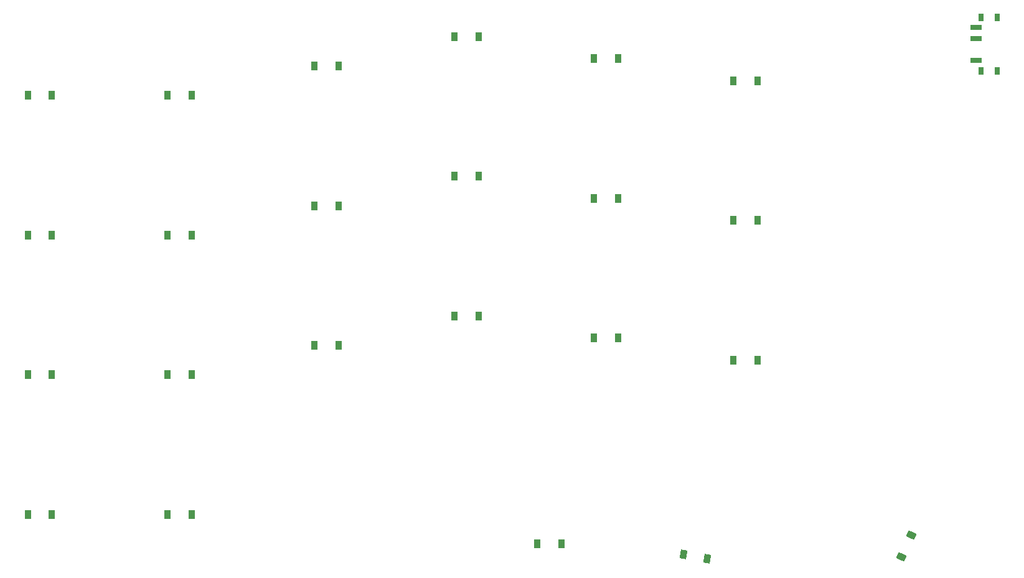
<source format=gtp>
%TF.GenerationSoftware,KiCad,Pcbnew,9.0.2*%
%TF.CreationDate,2025-06-03T16:56:12+08:00*%
%TF.ProjectId,experiment,65787065-7269-46d6-956e-742e6b696361,v1.0.0*%
%TF.SameCoordinates,Original*%
%TF.FileFunction,Paste,Top*%
%TF.FilePolarity,Positive*%
%FSLAX46Y46*%
G04 Gerber Fmt 4.6, Leading zero omitted, Abs format (unit mm)*
G04 Created by KiCad (PCBNEW 9.0.2) date 2025-06-03 16:56:12*
%MOMM*%
%LPD*%
G01*
G04 APERTURE LIST*
G04 Aperture macros list*
%AMRotRect*
0 Rectangle, with rotation*
0 The origin of the aperture is its center*
0 $1 length*
0 $2 width*
0 $3 Rotation angle, in degrees counterclockwise*
0 Add horizontal line*
21,1,$1,$2,0,0,$3*%
G04 Aperture macros list end*
%ADD10R,0.900000X1.200000*%
%ADD11R,0.800000X1.000000*%
%ADD12R,1.500000X0.700000*%
%ADD13RotRect,0.900000X1.200000X170.000000*%
%ADD14RotRect,0.900000X1.200000X246.000000*%
G04 APERTURE END LIST*
D10*
%TO.C,D20*%
X231002500Y-98400000D03*
X227702500Y-98400000D03*
%TD*%
%TO.C,D5*%
X154000000Y-157400000D03*
X150700000Y-157400000D03*
%TD*%
%TO.C,D10*%
X174002500Y-115400000D03*
X170702500Y-115400000D03*
%TD*%
%TO.C,D8*%
X154000000Y-100400000D03*
X150700000Y-100400000D03*
%TD*%
D11*
%TO.C,T1*%
X261338500Y-97050000D03*
X263548500Y-97050000D03*
D12*
X260688500Y-91150000D03*
D11*
X261338500Y-89750000D03*
X263548500Y-89750000D03*
D12*
X260688500Y-95650000D03*
X260688500Y-92650000D03*
%TD*%
D10*
%TO.C,D17*%
X212002500Y-95400000D03*
X208702500Y-95400000D03*
%TD*%
%TO.C,D4*%
X135000000Y-100400000D03*
X131700000Y-100400000D03*
%TD*%
%TO.C,D12*%
X193002500Y-130400000D03*
X189702500Y-130400000D03*
%TD*%
%TO.C,D15*%
X212002500Y-133400000D03*
X208702500Y-133400000D03*
%TD*%
%TO.C,D18*%
X231002500Y-136400000D03*
X227702500Y-136400000D03*
%TD*%
%TO.C,D11*%
X174002500Y-96400000D03*
X170702500Y-96400000D03*
%TD*%
%TO.C,D13*%
X193002500Y-111400000D03*
X189702500Y-111400000D03*
%TD*%
%TO.C,D19*%
X231002500Y-117400000D03*
X227702500Y-117400000D03*
%TD*%
%TO.C,D3*%
X135000000Y-119400000D03*
X131700000Y-119400000D03*
%TD*%
%TO.C,D14*%
X193002500Y-92400000D03*
X189702500Y-92400000D03*
%TD*%
D13*
%TO.C,D22*%
X224148335Y-163435066D03*
X220898469Y-162862028D03*
%TD*%
D10*
%TO.C,D9*%
X174002500Y-134400000D03*
X170702500Y-134400000D03*
%TD*%
%TO.C,D2*%
X135000000Y-138400000D03*
X131700000Y-138400000D03*
%TD*%
%TO.C,D16*%
X212002500Y-114400000D03*
X208702500Y-114400000D03*
%TD*%
%TO.C,D7*%
X154000000Y-119400000D03*
X150700000Y-119400000D03*
%TD*%
%TO.C,D21*%
X204332500Y-161400000D03*
X201032500Y-161400000D03*
%TD*%
%TO.C,D1*%
X135000000Y-157400000D03*
X131700000Y-157400000D03*
%TD*%
%TO.C,D6*%
X154000000Y-138400000D03*
X150700000Y-138400000D03*
%TD*%
D14*
%TO.C,D23*%
X251911117Y-160174930D03*
X250568887Y-163189630D03*
%TD*%
M02*

</source>
